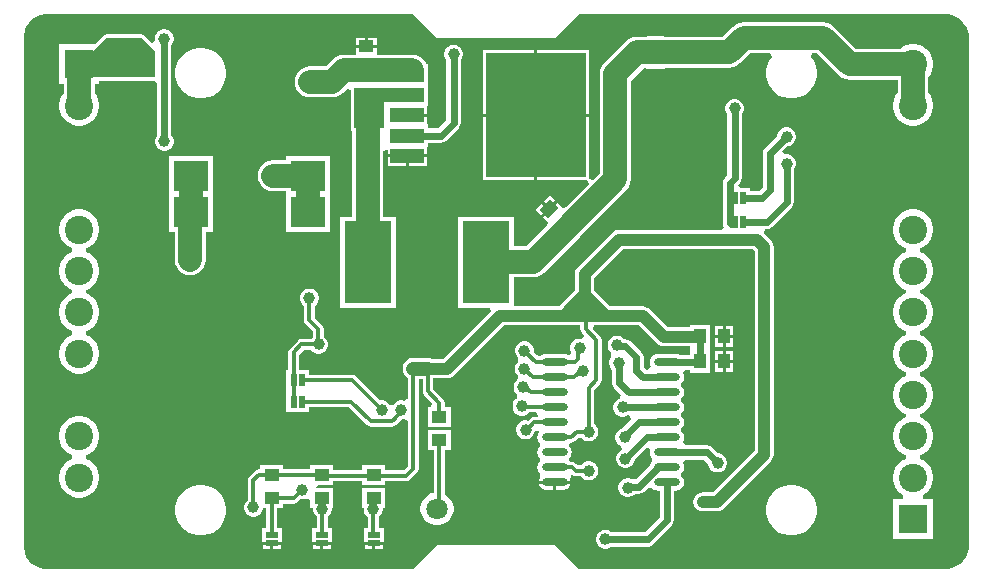
<source format=gtl>
G04*
G04 #@! TF.GenerationSoftware,Altium Limited,Altium Designer,21.7.2 (23)*
G04*
G04 Layer_Physical_Order=1*
G04 Layer_Color=255*
%FSLAX44Y44*%
%MOMM*%
G71*
G04*
G04 #@! TF.SameCoordinates,E4638E92-537D-4F49-80B5-2F4EAB31F582*
G04*
G04*
G04 #@! TF.FilePolarity,Positive*
G04*
G01*
G75*
%ADD18C,0.3000*%
%ADD40R,3.0000X2.6000*%
%ADD41R,1.0000X1.2500*%
%ADD42R,1.2500X1.0000*%
%ADD43R,1.0000X0.5000*%
%ADD44O,2.2000X0.7000*%
%ADD45R,0.5000X1.0000*%
%ADD46R,4.0000X7.0000*%
G04:AMPARAMS|DCode=47|XSize=1.25mm|YSize=1mm|CornerRadius=0mm|HoleSize=0mm|Usage=FLASHONLY|Rotation=45.000|XOffset=0mm|YOffset=0mm|HoleType=Round|Shape=Rectangle|*
%AMROTATEDRECTD47*
4,1,4,-0.0884,-0.7955,-0.7955,-0.0884,0.0884,0.7955,0.7955,0.0884,-0.0884,-0.7955,0.0*
%
%ADD47ROTATEDRECTD47*%

%ADD48R,2.8500X1.2000*%
%ADD49R,8.5000X10.5000*%
%ADD50C,2.0000*%
%ADD51C,1.0000*%
%ADD52C,0.6000*%
%ADD53C,1.2000*%
%ADD54R,7.6000X2.3000*%
%ADD55R,2.5000X3.4000*%
%ADD56C,1.8000*%
%ADD57P,1.9483X8X292.5*%
%ADD58C,1.4000*%
%ADD59P,1.5154X8X112.5*%
%ADD60P,1.9483X8X202.5*%
%ADD61C,2.4000*%
%ADD62R,2.4000X2.4000*%
%ADD63C,1.0000*%
G36*
X1310000Y970000D02*
X1310000Y970000D01*
X1310001D01*
X1312767Y969841D01*
X1315834Y969231D01*
X1319474Y967724D01*
X1322749Y965535D01*
X1325535Y962749D01*
X1327724Y959473D01*
X1329231Y955834D01*
X1330000Y951970D01*
Y950000D01*
X1330000Y520000D01*
X1330000Y520000D01*
X1330000Y518030D01*
X1329231Y514166D01*
X1327724Y510526D01*
X1325535Y507251D01*
X1322749Y504465D01*
X1319474Y502276D01*
X1315834Y500769D01*
X1311970Y500000D01*
X1000000D01*
X980000Y520000D01*
X880000D01*
X860000Y500000D01*
X550000Y500000D01*
Y500000D01*
X548030D01*
X544166Y500769D01*
X540527Y502276D01*
X537251Y504465D01*
X534465Y507251D01*
X532276Y510527D01*
X530769Y514166D01*
X530000Y518030D01*
Y520000D01*
X530000Y950000D01*
X530000D01*
Y951970D01*
X530769Y955834D01*
X532276Y959473D01*
X534465Y962749D01*
X537251Y965535D01*
X540527Y967724D01*
X544166Y969231D01*
X548030Y970000D01*
X550000D01*
X860000Y970000D01*
X880000Y950000D01*
X980000D01*
X1000000Y970000D01*
X1310000D01*
X1310000Y970000D01*
D02*
G37*
%LPC*%
G36*
X1207000Y963112D02*
X1207000Y963112D01*
X1139500D01*
X1136106Y962665D01*
X1132944Y961356D01*
X1130228Y959272D01*
X1130228Y959272D01*
X1121569Y950612D01*
X1072888D01*
X1072000Y951500D01*
X1058000D01*
X1057112Y950612D01*
X1049500D01*
X1049500Y950612D01*
X1046106Y950165D01*
X1042944Y948856D01*
X1040228Y946772D01*
X1021728Y928272D01*
X1019644Y925556D01*
X1018335Y922394D01*
X1017888Y919000D01*
X1017888Y919000D01*
Y835431D01*
X1011760Y829303D01*
X1008760Y830546D01*
X1008760Y831586D01*
Y882930D01*
X964990D01*
Y829160D01*
X1006226D01*
X1007374Y829160D01*
X1008617Y826160D01*
X989164Y806708D01*
X986476Y805955D01*
X985322Y807109D01*
X982042Y810388D01*
X975827Y804173D01*
X969612Y797958D01*
X972891Y794678D01*
X974045Y793524D01*
X973292Y790836D01*
X955706Y773250D01*
X945000D01*
Y798388D01*
X898000D01*
Y721387D01*
X924734D01*
X925976Y718388D01*
X885473Y677884D01*
X876121D01*
X874606Y678512D01*
X872256Y678821D01*
X859900D01*
X857550Y678512D01*
X855361Y677605D01*
X853481Y676162D01*
X852038Y674282D01*
X851131Y672093D01*
X850822Y669744D01*
X851131Y667394D01*
X852038Y665205D01*
X853481Y663325D01*
X855240Y661975D01*
Y644577D01*
X854219Y643645D01*
X852240Y642636D01*
X850881Y643000D01*
X848775D01*
X846740Y642455D01*
X844916Y641402D01*
X843426Y639912D01*
X843087Y639325D01*
X839741D01*
X839402Y639912D01*
X837912Y641402D01*
X836088Y642455D01*
X834053Y643000D01*
X831947D01*
X831585Y642903D01*
X811082Y663406D01*
X809594Y664401D01*
X807838Y664750D01*
X771500D01*
Y668662D01*
X763088D01*
Y681600D01*
X767150Y685662D01*
X773161D01*
X773348Y685338D01*
X774838Y683848D01*
X776662Y682795D01*
X778697Y682250D01*
X780803D01*
X782838Y682795D01*
X784662Y683848D01*
X786152Y685338D01*
X787205Y687162D01*
X787750Y689197D01*
Y691303D01*
X787205Y693338D01*
X786152Y695162D01*
X784662Y696652D01*
X784121Y696964D01*
Y703467D01*
X783771Y705223D01*
X782777Y706712D01*
X776588Y712900D01*
Y722911D01*
X776912Y723098D01*
X778402Y724588D01*
X779455Y726412D01*
X780000Y728447D01*
Y730553D01*
X779455Y732588D01*
X778402Y734412D01*
X776912Y735902D01*
X775088Y736955D01*
X773053Y737500D01*
X770947D01*
X768912Y736955D01*
X767088Y735902D01*
X765598Y734412D01*
X764545Y732588D01*
X764000Y730553D01*
Y728447D01*
X764545Y726412D01*
X765598Y724588D01*
X767088Y723098D01*
X767412Y722911D01*
Y711000D01*
X767761Y709244D01*
X768756Y707756D01*
X774944Y701567D01*
Y696713D01*
X774838Y696652D01*
X773348Y695162D01*
X773161Y694838D01*
X765250D01*
X763494Y694489D01*
X762006Y693494D01*
X755256Y686744D01*
X754261Y685256D01*
X753912Y683500D01*
Y668662D01*
X752500D01*
Y651662D01*
X752500D01*
X752500Y650119D01*
X752500D01*
Y633120D01*
X771500D01*
Y637031D01*
X805480D01*
X820756Y621756D01*
X822244Y620761D01*
X824000Y620412D01*
X842106D01*
X843862Y620761D01*
X845350Y621756D01*
X847490Y623896D01*
X848263Y625052D01*
X850211Y627000D01*
X850881D01*
X852240Y627364D01*
X854219Y626355D01*
X855240Y625423D01*
Y586978D01*
X852100Y583838D01*
X836250D01*
Y588500D01*
X816750D01*
Y583838D01*
X792284D01*
Y588500D01*
X772784D01*
Y584588D01*
X749883D01*
Y588500D01*
X730383D01*
Y584588D01*
X729000D01*
X727244Y584239D01*
X725756Y583244D01*
X721256Y578744D01*
X720261Y577256D01*
X719912Y575500D01*
Y558839D01*
X719588Y558652D01*
X718098Y557162D01*
X717045Y555338D01*
X716500Y553303D01*
Y551197D01*
X717045Y549162D01*
X718098Y547338D01*
X719588Y545848D01*
X721412Y544795D01*
X723447Y544250D01*
X725553D01*
X727588Y544795D01*
X729412Y545848D01*
X730902Y547338D01*
X731955Y549162D01*
X732500Y551197D01*
Y551500D01*
X735545D01*
Y535000D01*
X731633D01*
Y523000D01*
X732593D01*
Y522999D01*
X740133D01*
X747673D01*
Y523000D01*
X748633D01*
Y535000D01*
X744721D01*
Y551500D01*
X749883D01*
Y555412D01*
X758565D01*
X760321Y555761D01*
X761809Y556756D01*
X764242Y559189D01*
X764947Y559000D01*
X767053D01*
X769088Y559545D01*
X769784Y559947D01*
X772625Y558563D01*
X772784Y558374D01*
Y551500D01*
X775000D01*
Y549947D01*
X775545Y547912D01*
X776598Y546088D01*
X778088Y544598D01*
X778412Y544411D01*
Y535000D01*
X774034D01*
Y523000D01*
X774994D01*
Y522999D01*
X782534D01*
X790074D01*
Y523000D01*
X791034D01*
Y535000D01*
X787588D01*
Y544411D01*
X787912Y544598D01*
X789402Y546088D01*
X790455Y547912D01*
X791000Y549947D01*
Y551500D01*
X792284D01*
Y568500D01*
X777477D01*
X777477Y568500D01*
X779163Y571500D01*
X792284D01*
Y574662D01*
X816750D01*
Y571500D01*
X836250D01*
Y574662D01*
X854000D01*
X855756Y575011D01*
X857244Y576006D01*
X863072Y581834D01*
X864067Y583322D01*
X864416Y585078D01*
Y660666D01*
X867740D01*
Y650672D01*
X868089Y648916D01*
X869084Y647428D01*
X876011Y640500D01*
X874769Y637500D01*
X872250D01*
Y620500D01*
X891750D01*
Y637500D01*
X886588D01*
Y641000D01*
X886239Y642756D01*
X885244Y644244D01*
X876916Y652572D01*
Y661746D01*
X888815D01*
X890904Y662021D01*
X892850Y662827D01*
X894521Y664109D01*
X936842Y706431D01*
X1001162D01*
Y703000D01*
X1001511Y701244D01*
X1002506Y699756D01*
X1004584Y697678D01*
X1003031Y694988D01*
X1002053Y695250D01*
X999947D01*
X997912Y694705D01*
X996088Y693652D01*
X994598Y692162D01*
X993545Y690338D01*
X993000Y688303D01*
Y686197D01*
X993545Y684162D01*
X993022Y682500D01*
X991950Y681081D01*
X990737Y681006D01*
X990530Y681164D01*
X988827Y681870D01*
X987000Y682110D01*
X972000D01*
X970173Y681870D01*
X968470Y681164D01*
X967008Y680042D01*
X964266Y681273D01*
X961914Y683625D01*
X962000Y683947D01*
Y686053D01*
X961455Y688088D01*
X960402Y689912D01*
X958912Y691402D01*
X957088Y692455D01*
X955053Y693000D01*
X952947D01*
X950912Y692455D01*
X949088Y691402D01*
X947598Y689912D01*
X946545Y688088D01*
X946000Y686053D01*
Y683947D01*
X946545Y681912D01*
X947598Y680088D01*
X948288Y679398D01*
X948675Y677187D01*
X948221Y675635D01*
X947349Y674762D01*
X946296Y672938D01*
X945751Y670903D01*
Y668797D01*
X946296Y666762D01*
X947349Y664938D01*
X948300Y663988D01*
X948403Y661651D01*
X948102Y660410D01*
X948088Y660402D01*
X946598Y658912D01*
X945545Y657088D01*
X945000Y655053D01*
Y652947D01*
X945545Y650912D01*
X946598Y649088D01*
X947608Y648079D01*
X947672Y645868D01*
X947356Y644557D01*
X947088Y644402D01*
X945598Y642912D01*
X944545Y641088D01*
X944000Y639053D01*
Y636947D01*
X944545Y634912D01*
X945598Y633088D01*
X947088Y631598D01*
X948912Y630545D01*
X950947Y630000D01*
X953053D01*
X955088Y630545D01*
X956912Y631598D01*
X958201Y632887D01*
X963801D01*
X965231Y629887D01*
X964382Y628838D01*
X962185D01*
X960429Y628489D01*
X958941Y627494D01*
X957152Y625706D01*
X956053Y626000D01*
X953947D01*
X951912Y625455D01*
X950088Y624402D01*
X948598Y622912D01*
X947545Y621088D01*
X947000Y619053D01*
Y616947D01*
X947545Y614912D01*
X948598Y613088D01*
X950088Y611598D01*
X951912Y610545D01*
X953947Y610000D01*
X956053D01*
X958088Y610545D01*
X959912Y611598D01*
X961402Y613088D01*
X962455Y614912D01*
X963000Y616947D01*
X963984Y617847D01*
X964040Y617855D01*
X966245Y616884D01*
X966531Y615922D01*
X965885Y615080D01*
X965180Y613377D01*
X964940Y611550D01*
X965180Y609723D01*
X965885Y608020D01*
X967008Y606558D01*
Y603842D01*
X965885Y602380D01*
X965180Y600677D01*
X964940Y598850D01*
X965180Y597023D01*
X965885Y595320D01*
X967008Y593857D01*
Y591142D01*
X965885Y589680D01*
X965180Y587977D01*
X964940Y586150D01*
X965180Y584323D01*
X965885Y582620D01*
X967008Y581157D01*
X967127Y581066D01*
X967611Y578019D01*
X967299Y577286D01*
X966310Y575807D01*
X966094Y574720D01*
X979500D01*
X992906D01*
X992690Y575807D01*
X993328Y578965D01*
X993842Y579495D01*
X994689Y579670D01*
X995744Y578965D01*
X997500Y578616D01*
X1001868D01*
X1002055Y578292D01*
X1003545Y576802D01*
X1005369Y575749D01*
X1007404Y575204D01*
X1009510D01*
X1011545Y575749D01*
X1013369Y576802D01*
X1014859Y578292D01*
X1015912Y580116D01*
X1016457Y582151D01*
Y584257D01*
X1015912Y586292D01*
X1014859Y588116D01*
X1013369Y589605D01*
X1011545Y590659D01*
X1009510Y591204D01*
X1007404D01*
X1005369Y590659D01*
X1003545Y589605D01*
X1002085Y588145D01*
X999062Y588131D01*
X997798Y589394D01*
X996309Y590389D01*
X994554Y590738D01*
X992855D01*
X991992Y592161D01*
Y593858D01*
X993114Y595320D01*
X993820Y597023D01*
X994060Y598850D01*
X993820Y600677D01*
X993114Y602380D01*
X991992Y603842D01*
X992344Y606649D01*
X992692Y607087D01*
X993675D01*
X995431Y607436D01*
X996919Y608431D01*
X999219Y610730D01*
X1002073Y611386D01*
X1003562Y609897D01*
X1005386Y608844D01*
X1007421Y608299D01*
X1009527D01*
X1011562Y608844D01*
X1013386Y609897D01*
X1014876Y611386D01*
X1015929Y613211D01*
X1016474Y615245D01*
Y617352D01*
X1015929Y619386D01*
X1014876Y621211D01*
X1013386Y622700D01*
X1013062Y622887D01*
Y651574D01*
X1018244Y656756D01*
X1019239Y658244D01*
X1019588Y660000D01*
Y693750D01*
X1019239Y695506D01*
X1018244Y696994D01*
X1011808Y703431D01*
X1013050Y706431D01*
X1050908D01*
X1066427Y690911D01*
X1068099Y689629D01*
X1070045Y688823D01*
X1072133Y688548D01*
X1094115D01*
X1094500Y685707D01*
X1094500Y685707D01*
X1094500Y685707D01*
Y681143D01*
X1085559D01*
X1085530Y681164D01*
X1083827Y681870D01*
X1082000Y682110D01*
X1067000D01*
X1065173Y681870D01*
X1063470Y681164D01*
X1062008Y680042D01*
X1060885Y678580D01*
X1060180Y676877D01*
X1059940Y675050D01*
X1060180Y673223D01*
X1060813Y671694D01*
X1059406Y669080D01*
X1057130Y668854D01*
X1054867Y670978D01*
Y679513D01*
X1054402Y681854D01*
X1053076Y683839D01*
X1043855Y693060D01*
X1041870Y694387D01*
X1039529Y694852D01*
X1038462D01*
X1037412Y695902D01*
X1035588Y696955D01*
X1033553Y697500D01*
X1031447D01*
X1029412Y696955D01*
X1027588Y695902D01*
X1026098Y694412D01*
X1025045Y692588D01*
X1024500Y690553D01*
Y688447D01*
X1025045Y686412D01*
X1026098Y684588D01*
X1027164Y683523D01*
X1027580Y682934D01*
X1027418Y679732D01*
X1027348Y679662D01*
X1026295Y677838D01*
X1025750Y675803D01*
Y673697D01*
X1026295Y671662D01*
X1027348Y669838D01*
X1028369Y668817D01*
Y657750D01*
X1028835Y655409D01*
X1030161Y653424D01*
X1035870Y647715D01*
X1035881Y647624D01*
X1034853Y644490D01*
X1034162Y644305D01*
X1032338Y643252D01*
X1030848Y641762D01*
X1029795Y639938D01*
X1029250Y637903D01*
Y635797D01*
X1029795Y633762D01*
X1030848Y631938D01*
X1032338Y630448D01*
X1034162Y629395D01*
X1036197Y628850D01*
X1038303D01*
X1040338Y629395D01*
X1041799Y630239D01*
X1043587Y629899D01*
X1044647Y626716D01*
X1037242Y619311D01*
X1035912Y618955D01*
X1034088Y617902D01*
X1032598Y616412D01*
X1031545Y614588D01*
X1031000Y612553D01*
Y610447D01*
X1031545Y608412D01*
X1032598Y606588D01*
X1034088Y605098D01*
X1035912Y604045D01*
X1036133Y603986D01*
X1036362Y601498D01*
X1036235Y600853D01*
X1034588Y599902D01*
X1033098Y598412D01*
X1032045Y596588D01*
X1031500Y594553D01*
Y592447D01*
X1032045Y590412D01*
X1033098Y588588D01*
X1034588Y587098D01*
X1036412Y586045D01*
X1038447Y585500D01*
X1040553D01*
X1042588Y586045D01*
X1044412Y587098D01*
X1045902Y588588D01*
X1046955Y590412D01*
X1047500Y592447D01*
Y592849D01*
X1058067Y603416D01*
X1060611Y601716D01*
X1060180Y600677D01*
X1059940Y598850D01*
X1060180Y597023D01*
X1060885Y595320D01*
X1062008Y593857D01*
Y591142D01*
X1060885Y589680D01*
X1060183Y587985D01*
X1048081Y575883D01*
X1045579D01*
X1044588Y576455D01*
X1042553Y577000D01*
X1040447D01*
X1038412Y576455D01*
X1036588Y575402D01*
X1035098Y573912D01*
X1034045Y572088D01*
X1033500Y570053D01*
Y567947D01*
X1034045Y565912D01*
X1035098Y564088D01*
X1036588Y562598D01*
X1038412Y561545D01*
X1040447Y561000D01*
X1042553D01*
X1044588Y561545D01*
X1046412Y562598D01*
X1047461Y563648D01*
X1050615D01*
X1052956Y564114D01*
X1054941Y565440D01*
X1058313Y568811D01*
X1062008Y568457D01*
X1063470Y567336D01*
X1065173Y566630D01*
X1067000Y566390D01*
X1068382D01*
Y543784D01*
X1055966Y531367D01*
X1027696D01*
X1027412Y531652D01*
X1025588Y532705D01*
X1023553Y533250D01*
X1021447D01*
X1019412Y532705D01*
X1017588Y531652D01*
X1016098Y530162D01*
X1015045Y528338D01*
X1014500Y526303D01*
Y524197D01*
X1015045Y522162D01*
X1016098Y520338D01*
X1017588Y518848D01*
X1019412Y517795D01*
X1021447Y517250D01*
X1023553D01*
X1025588Y517795D01*
X1027412Y518848D01*
X1027696Y519132D01*
X1058500D01*
X1060841Y519598D01*
X1062826Y520924D01*
X1078826Y536924D01*
X1080152Y538909D01*
X1080618Y541250D01*
Y566390D01*
X1082000D01*
X1083827Y566630D01*
X1085530Y567336D01*
X1086992Y568457D01*
X1088114Y569920D01*
X1088820Y571623D01*
X1089060Y573450D01*
X1088820Y575277D01*
X1088114Y576980D01*
X1086992Y578442D01*
Y581158D01*
X1088114Y582620D01*
X1088820Y584323D01*
X1089060Y586150D01*
X1088820Y587977D01*
X1088114Y589680D01*
X1088074Y589733D01*
X1089554Y592732D01*
X1106037D01*
X1109533Y589236D01*
Y588835D01*
X1110078Y586800D01*
X1111132Y584976D01*
X1112621Y583486D01*
X1114445Y582433D01*
X1116480Y581888D01*
X1118586D01*
X1120621Y582433D01*
X1122445Y583486D01*
X1123935Y584976D01*
X1124988Y586800D01*
X1125533Y588835D01*
Y590941D01*
X1124988Y592976D01*
X1123935Y594800D01*
X1122445Y596289D01*
X1120621Y597343D01*
X1118586Y597888D01*
X1118185D01*
X1112897Y603176D01*
X1110912Y604502D01*
X1108571Y604967D01*
X1089554D01*
X1088074Y607967D01*
X1088114Y608020D01*
X1088820Y609723D01*
X1089060Y611550D01*
X1088820Y613377D01*
X1088114Y615080D01*
X1086992Y616542D01*
Y619258D01*
X1088114Y620720D01*
X1088820Y622423D01*
X1089060Y624250D01*
X1088820Y626077D01*
X1088114Y627780D01*
X1086992Y629242D01*
Y631958D01*
X1088114Y633420D01*
X1088820Y635123D01*
X1089060Y636950D01*
X1088820Y638777D01*
X1088114Y640480D01*
X1086992Y641942D01*
Y644658D01*
X1088114Y646120D01*
X1088820Y647823D01*
X1089060Y649650D01*
X1088820Y651477D01*
X1088114Y653180D01*
X1086992Y654642D01*
Y657358D01*
X1088114Y658820D01*
X1088820Y660523D01*
X1089060Y662350D01*
X1088820Y664177D01*
X1088114Y665880D01*
X1088093Y665908D01*
X1089573Y668907D01*
X1094500D01*
Y666208D01*
X1111500D01*
Y685707D01*
X1111500D01*
X1111500Y687250D01*
X1111500D01*
Y706750D01*
X1094500D01*
Y704686D01*
X1075475D01*
X1059956Y720206D01*
X1058285Y721488D01*
X1056339Y722294D01*
X1054250Y722569D01*
X1026277D01*
X1013069Y735777D01*
Y746658D01*
X1037342Y770931D01*
X1147635D01*
X1148931Y769635D01*
Y704000D01*
Y633000D01*
Y600342D01*
X1113658Y565069D01*
X1105000D01*
X1104476Y565000D01*
X1103947D01*
X1103436Y564863D01*
X1102912Y564794D01*
X1102423Y564592D01*
X1101912Y564455D01*
X1101454Y564190D01*
X1100965Y563988D01*
X1100546Y563666D01*
X1100088Y563402D01*
X1099714Y563028D01*
X1099294Y562706D01*
X1098972Y562286D01*
X1098598Y561912D01*
X1098334Y561454D01*
X1098012Y561035D01*
X1097810Y560546D01*
X1097545Y560088D01*
X1097408Y559577D01*
X1097206Y559088D01*
X1097137Y558564D01*
X1097000Y558053D01*
Y557524D01*
X1096931Y557000D01*
X1097000Y556476D01*
Y555947D01*
X1097137Y555436D01*
X1097206Y554912D01*
X1097408Y554423D01*
X1097545Y553912D01*
X1097810Y553454D01*
X1098012Y552966D01*
X1098334Y552546D01*
X1098598Y552088D01*
X1098972Y551714D01*
X1099294Y551294D01*
X1099714Y550972D01*
X1100088Y550598D01*
X1100546Y550334D01*
X1100965Y550012D01*
X1101454Y549810D01*
X1101912Y549545D01*
X1102423Y549408D01*
X1102912Y549206D01*
X1103436Y549137D01*
X1103947Y549000D01*
X1104476D01*
X1105000Y548931D01*
X1117000D01*
X1119088Y549206D01*
X1121034Y550012D01*
X1122706Y551294D01*
X1162706Y591294D01*
X1163988Y592966D01*
X1164794Y594912D01*
X1165069Y597000D01*
Y633000D01*
Y704000D01*
Y772977D01*
X1164794Y775066D01*
X1163988Y777012D01*
X1162706Y778683D01*
X1162336Y778967D01*
X1162052Y779336D01*
X1156683Y784706D01*
X1156453Y784883D01*
X1157471Y787883D01*
X1159000D01*
X1161341Y788348D01*
X1163326Y789674D01*
X1180326Y806674D01*
X1181652Y808659D01*
X1182118Y811000D01*
Y838180D01*
X1182402Y838464D01*
X1183455Y840289D01*
X1184000Y842323D01*
Y844430D01*
X1183455Y846464D01*
X1182402Y848289D01*
X1180912Y849778D01*
X1179088Y850831D01*
X1177053Y851376D01*
X1174947D01*
X1174023Y851129D01*
X1172470Y853819D01*
X1176652Y858000D01*
X1177053D01*
X1179088Y858545D01*
X1180912Y859598D01*
X1182402Y861088D01*
X1183455Y862912D01*
X1184000Y864947D01*
Y867053D01*
X1183455Y869088D01*
X1182402Y870912D01*
X1180912Y872402D01*
X1179088Y873455D01*
X1177053Y874000D01*
X1174947D01*
X1172912Y873455D01*
X1171088Y872402D01*
X1169598Y870912D01*
X1168545Y869088D01*
X1168000Y867053D01*
Y866652D01*
X1157674Y856326D01*
X1156348Y854341D01*
X1155882Y852000D01*
Y823534D01*
X1152466Y820117D01*
X1145000D01*
Y822500D01*
X1136394D01*
X1135152Y825500D01*
X1136326Y826674D01*
X1137652Y828659D01*
X1138118Y831000D01*
Y884804D01*
X1138402Y885088D01*
X1139455Y886912D01*
X1140000Y888947D01*
Y891053D01*
X1139455Y893088D01*
X1138402Y894912D01*
X1136912Y896402D01*
X1135088Y897455D01*
X1133053Y898000D01*
X1130947D01*
X1128912Y897455D01*
X1127088Y896402D01*
X1125598Y894912D01*
X1124545Y893088D01*
X1124000Y891053D01*
Y888947D01*
X1124545Y886912D01*
X1125598Y885088D01*
X1125882Y884804D01*
Y833534D01*
X1123674Y831326D01*
X1122348Y829341D01*
X1121882Y827000D01*
Y793000D01*
X1122348Y790659D01*
X1122742Y790069D01*
X1121139Y787069D01*
X1034000D01*
X1031912Y786794D01*
X1029966Y785988D01*
X1028294Y784706D01*
X999294Y755706D01*
X998012Y754035D01*
X997206Y752088D01*
X996931Y750000D01*
Y736468D01*
X996866Y736419D01*
X983280Y722833D01*
X983078Y722569D01*
X945000D01*
Y747025D01*
X961137D01*
X961137Y747025D01*
X964531Y747472D01*
X967693Y748782D01*
X970409Y750866D01*
X1001022Y781478D01*
X1040272Y820728D01*
X1042355Y823444D01*
X1043665Y826606D01*
X1044112Y830000D01*
X1044112Y830000D01*
Y913569D01*
X1054931Y924388D01*
X1057112D01*
X1058000Y923500D01*
X1072000D01*
X1072888Y924388D01*
X1127000D01*
X1127000Y924388D01*
X1130394Y924835D01*
X1133556Y926145D01*
X1136272Y928228D01*
X1144931Y936888D01*
X1162240D01*
X1163482Y933888D01*
X1163300Y933705D01*
X1160947Y930184D01*
X1159326Y926271D01*
X1158500Y922118D01*
Y917882D01*
X1159326Y913729D01*
X1160947Y909816D01*
X1163300Y906295D01*
X1166295Y903300D01*
X1169816Y900947D01*
X1173729Y899326D01*
X1177882Y898500D01*
X1182118D01*
X1186271Y899326D01*
X1190184Y900947D01*
X1193705Y903300D01*
X1196700Y906295D01*
X1199053Y909816D01*
X1200674Y913729D01*
X1201500Y917882D01*
Y922118D01*
X1200674Y926271D01*
X1199053Y930184D01*
X1196700Y933705D01*
X1196518Y933888D01*
X1197760Y936888D01*
X1201569D01*
X1220228Y918228D01*
X1222944Y916144D01*
X1226106Y914835D01*
X1229500Y914388D01*
X1269888D01*
Y903429D01*
X1269795Y903337D01*
X1267935Y900553D01*
X1266653Y897459D01*
X1266000Y894174D01*
Y890826D01*
X1266653Y887541D01*
X1267935Y884447D01*
X1269795Y881663D01*
X1272163Y879295D01*
X1274948Y877435D01*
X1278041Y876153D01*
X1281326Y875500D01*
X1284674D01*
X1287959Y876153D01*
X1291053Y877435D01*
X1293837Y879295D01*
X1296205Y881663D01*
X1298065Y884447D01*
X1299347Y887541D01*
X1300000Y890826D01*
Y894174D01*
X1299347Y897459D01*
X1298065Y900553D01*
X1296205Y903337D01*
X1296112Y903429D01*
Y916571D01*
X1296205Y916663D01*
X1298065Y919447D01*
X1299347Y922541D01*
X1300000Y925826D01*
Y929174D01*
X1299347Y932459D01*
X1298065Y935553D01*
X1296205Y938337D01*
X1293837Y940705D01*
X1291053Y942565D01*
X1287959Y943847D01*
X1284674Y944500D01*
X1281326D01*
X1278041Y943847D01*
X1274948Y942565D01*
X1272163Y940705D01*
X1272071Y940612D01*
X1234931D01*
X1216272Y959272D01*
X1213556Y961356D01*
X1210394Y962665D01*
X1207000Y963112D01*
D02*
G37*
G36*
X650053Y957000D02*
X647947D01*
X645912Y956455D01*
X644088Y955402D01*
X642598Y953912D01*
X641545Y952088D01*
X641000Y950053D01*
Y947947D01*
X641258Y946982D01*
X638587Y945361D01*
X631067Y952255D01*
X630613Y952531D01*
X630171Y952826D01*
X630104Y952839D01*
X630047Y952874D01*
X629521Y952955D01*
X629000Y953059D01*
X601000D01*
X600479Y952955D01*
X599953Y952874D01*
X599896Y952839D01*
X599829Y952826D01*
X599387Y952531D01*
X598933Y952255D01*
X590473Y944500D01*
X560000D01*
Y910500D01*
X563888D01*
Y903429D01*
X563795Y903337D01*
X561935Y900553D01*
X560653Y897459D01*
X560000Y894174D01*
Y890826D01*
X560653Y887541D01*
X561935Y884447D01*
X563795Y881663D01*
X566163Y879295D01*
X568947Y877435D01*
X572041Y876153D01*
X575326Y875500D01*
X578674D01*
X581959Y876153D01*
X585052Y877435D01*
X587837Y879295D01*
X590205Y881663D01*
X592065Y884447D01*
X593347Y887541D01*
X594000Y890826D01*
Y894174D01*
X593347Y897459D01*
X592065Y900553D01*
X590205Y903337D01*
X590112Y903429D01*
Y910500D01*
X594000D01*
Y912941D01*
X641000D01*
X642956Y910365D01*
Y867191D01*
X642745Y866980D01*
X641692Y865156D01*
X641146Y863121D01*
Y861015D01*
X641692Y858980D01*
X642745Y857156D01*
X644234Y855667D01*
X646058Y854613D01*
X648093Y854068D01*
X650200D01*
X652234Y854613D01*
X654058Y855667D01*
X655548Y857156D01*
X656601Y858980D01*
X657146Y861015D01*
Y863121D01*
X656601Y865156D01*
X655548Y866980D01*
X655191Y867337D01*
Y943877D01*
X655402Y944088D01*
X656455Y945912D01*
X657000Y947947D01*
Y950053D01*
X656455Y952088D01*
X655402Y953912D01*
X653912Y955402D01*
X652088Y956455D01*
X650053Y957000D01*
D02*
G37*
G36*
X828790Y950040D02*
X821270D01*
Y943770D01*
X828790D01*
Y950040D01*
D02*
G37*
G36*
X818730D02*
X811210D01*
Y943770D01*
X818730D01*
Y950040D01*
D02*
G37*
G36*
X682118Y941500D02*
X677882D01*
X673729Y940674D01*
X669816Y939053D01*
X666295Y936700D01*
X663300Y933705D01*
X660947Y930184D01*
X659326Y926271D01*
X658500Y922118D01*
Y917882D01*
X659326Y913729D01*
X660947Y909816D01*
X663300Y906295D01*
X666295Y903300D01*
X669816Y900947D01*
X673729Y899326D01*
X677882Y898500D01*
X682118D01*
X686271Y899326D01*
X690184Y900947D01*
X693705Y903300D01*
X696700Y906295D01*
X699053Y909816D01*
X700674Y913729D01*
X701500Y917882D01*
Y922118D01*
X700674Y926271D01*
X699053Y930184D01*
X696700Y933705D01*
X693705Y936700D01*
X690184Y939053D01*
X686271Y940674D01*
X682118Y941500D01*
D02*
G37*
G36*
X1008760Y939240D02*
X964990D01*
Y885470D01*
X1008760D01*
Y939240D01*
D02*
G37*
G36*
X962450D02*
X918680D01*
Y885470D01*
X962450D01*
Y939240D01*
D02*
G37*
G36*
X895053Y944000D02*
X892947D01*
X890912Y943455D01*
X889088Y942402D01*
X887598Y940912D01*
X886545Y939088D01*
X886000Y937053D01*
Y934947D01*
X886545Y932912D01*
X887598Y931088D01*
X887883Y930804D01*
Y880534D01*
X880566Y873217D01*
X872750D01*
Y876600D01*
X871790D01*
Y882930D01*
X855000D01*
Y885470D01*
X871790D01*
Y891800D01*
X872750D01*
Y908900D01*
Y927900D01*
X871067D01*
X870588Y929056D01*
X868504Y931772D01*
X865789Y933856D01*
X862626Y935165D01*
X859233Y935612D01*
X828790D01*
Y941230D01*
X811210D01*
Y935612D01*
X801250D01*
X801250Y935612D01*
X797856Y935165D01*
X794694Y933856D01*
X791978Y931772D01*
X785819Y925612D01*
X772500D01*
X769106Y925165D01*
X767500Y924500D01*
X766500D01*
X765564Y923564D01*
X763228Y921772D01*
X761436Y919436D01*
X760500Y918500D01*
Y917500D01*
X759835Y915894D01*
X759388Y912500D01*
X759835Y909106D01*
X760500Y907500D01*
Y906500D01*
X761436Y905564D01*
X763228Y903228D01*
X765564Y901436D01*
X766500Y900500D01*
X767500D01*
X769106Y899835D01*
X772500Y899388D01*
X791250D01*
X791250Y899388D01*
X794644Y899835D01*
X797806Y901144D01*
X800522Y903228D01*
X803941Y906648D01*
X806941Y905405D01*
Y883406D01*
X806888Y883000D01*
X806941Y882594D01*
Y873000D01*
X807174Y871830D01*
X807837Y870837D01*
X808388Y870469D01*
Y798388D01*
X798000D01*
Y721387D01*
X845000D01*
Y798388D01*
X834612D01*
Y853659D01*
X837612Y855196D01*
X838210Y854766D01*
Y851270D01*
X855000D01*
X871790D01*
Y857600D01*
X872750D01*
Y860983D01*
X883100D01*
X885441Y861448D01*
X887426Y862774D01*
X898326Y873674D01*
X899652Y875659D01*
X900117Y878000D01*
Y930804D01*
X900402Y931088D01*
X901455Y932912D01*
X902000Y934947D01*
Y937053D01*
X901455Y939088D01*
X900402Y940912D01*
X898912Y942402D01*
X897088Y943455D01*
X895053Y944000D01*
D02*
G37*
G36*
X871790Y848730D02*
X856270D01*
Y841460D01*
X871790D01*
Y848730D01*
D02*
G37*
G36*
X853730D02*
X838210D01*
Y841460D01*
X853730D01*
Y848730D01*
D02*
G37*
G36*
X962450Y882930D02*
X918680D01*
Y829160D01*
X962450D01*
Y882930D01*
D02*
G37*
G36*
X975813Y816618D02*
X970495Y811301D01*
X974929Y806867D01*
X980246Y812185D01*
X975813Y816618D01*
D02*
G37*
G36*
X968699Y809505D02*
X963382Y804187D01*
X967815Y799754D01*
X973133Y805071D01*
X968699Y809505D01*
D02*
G37*
G36*
X789500Y849500D02*
X752500D01*
Y846230D01*
X741242D01*
X737848Y845783D01*
X734686Y844473D01*
X731970Y842390D01*
X729886Y839674D01*
X728576Y836512D01*
X728130Y833118D01*
X728576Y829724D01*
X729886Y826562D01*
X731970Y823846D01*
X734686Y821762D01*
X737848Y820452D01*
X741242Y820006D01*
X752500D01*
Y816500D01*
Y785500D01*
X789500D01*
Y816500D01*
Y849500D01*
D02*
G37*
G36*
X690000Y849500D02*
X653000D01*
Y816500D01*
Y785500D01*
X657940D01*
Y778744D01*
Y762400D01*
X657888Y762000D01*
X658335Y758606D01*
X659645Y755444D01*
X661728Y752728D01*
X664444Y750645D01*
X667606Y749335D01*
X671000Y748888D01*
X674394Y749335D01*
X677556Y750645D01*
X680272Y752728D01*
X680324Y752781D01*
X680324Y752781D01*
X682408Y755497D01*
X683718Y758659D01*
X684165Y762053D01*
X684165Y762053D01*
Y778744D01*
Y785500D01*
X690000D01*
Y816500D01*
Y849500D01*
D02*
G37*
G36*
X1130540Y705790D02*
X1124270D01*
Y698270D01*
X1130540D01*
Y705790D01*
D02*
G37*
G36*
X1121730D02*
X1115460D01*
Y698270D01*
X1121730D01*
Y705790D01*
D02*
G37*
G36*
X1130540Y695730D02*
X1124270D01*
Y688210D01*
X1130540D01*
Y695730D01*
D02*
G37*
G36*
X1121730D02*
X1115460D01*
Y688210D01*
X1121730D01*
Y695730D01*
D02*
G37*
G36*
X1130540Y684747D02*
X1124270D01*
Y677227D01*
X1130540D01*
Y684747D01*
D02*
G37*
G36*
X1121730D02*
X1115460D01*
Y677227D01*
X1121730D01*
Y684747D01*
D02*
G37*
G36*
X1130540Y674688D02*
X1124270D01*
Y667168D01*
X1130540D01*
Y674688D01*
D02*
G37*
G36*
X1121730D02*
X1115460D01*
Y667168D01*
X1121730D01*
Y674688D01*
D02*
G37*
G36*
X578674Y804500D02*
X575326D01*
X572041Y803847D01*
X568947Y802565D01*
X566163Y800705D01*
X563795Y798337D01*
X561935Y795553D01*
X560653Y792459D01*
X560000Y789174D01*
Y785826D01*
X560653Y782541D01*
X561935Y779447D01*
X563795Y776663D01*
X566163Y774295D01*
X568947Y772435D01*
X570919Y771618D01*
Y768382D01*
X568947Y767565D01*
X566163Y765705D01*
X563795Y763337D01*
X561935Y760553D01*
X560653Y757459D01*
X560000Y754174D01*
Y750826D01*
X560653Y747541D01*
X561935Y744447D01*
X563795Y741663D01*
X566163Y739295D01*
X568947Y737435D01*
X570919Y736618D01*
Y733382D01*
X568947Y732565D01*
X566163Y730705D01*
X563795Y728337D01*
X561935Y725553D01*
X560653Y722459D01*
X560000Y719174D01*
Y715826D01*
X560653Y712541D01*
X561935Y709447D01*
X563795Y706663D01*
X566163Y704295D01*
X568947Y702435D01*
X570919Y701618D01*
Y698382D01*
X568947Y697565D01*
X566163Y695705D01*
X563795Y693337D01*
X561935Y690553D01*
X560653Y687459D01*
X560000Y684174D01*
Y680826D01*
X560653Y677541D01*
X561935Y674447D01*
X563795Y671663D01*
X566163Y669295D01*
X568947Y667435D01*
X572041Y666153D01*
X575326Y665500D01*
X578674D01*
X581959Y666153D01*
X585052Y667435D01*
X587837Y669295D01*
X590205Y671663D01*
X592065Y674447D01*
X593347Y677541D01*
X594000Y680826D01*
Y684174D01*
X593347Y687459D01*
X592065Y690553D01*
X590205Y693337D01*
X587837Y695705D01*
X585052Y697565D01*
X583081Y698382D01*
Y701618D01*
X585052Y702435D01*
X587837Y704295D01*
X590205Y706663D01*
X592065Y709447D01*
X593347Y712541D01*
X594000Y715826D01*
Y719174D01*
X593347Y722459D01*
X592065Y725553D01*
X590205Y728337D01*
X587837Y730705D01*
X585052Y732565D01*
X583081Y733382D01*
Y736618D01*
X585052Y737435D01*
X587837Y739295D01*
X590205Y741663D01*
X592065Y744447D01*
X593347Y747541D01*
X594000Y750826D01*
Y754174D01*
X593347Y757459D01*
X592065Y760553D01*
X590205Y763337D01*
X587837Y765705D01*
X585052Y767565D01*
X583081Y768382D01*
Y771618D01*
X585052Y772435D01*
X587837Y774295D01*
X590205Y776663D01*
X592065Y779447D01*
X593347Y782541D01*
X594000Y785826D01*
Y789174D01*
X593347Y792459D01*
X592065Y795553D01*
X590205Y798337D01*
X587837Y800705D01*
X585052Y802565D01*
X581959Y803847D01*
X578674Y804500D01*
D02*
G37*
G36*
X992906Y572180D02*
X980770D01*
Y567292D01*
X987000D01*
X989357Y567760D01*
X991355Y569095D01*
X992690Y571093D01*
X992906Y572180D01*
D02*
G37*
G36*
X978230D02*
X966094D01*
X966310Y571093D01*
X967645Y569095D01*
X969643Y567760D01*
X972000Y567292D01*
X978230D01*
Y572180D01*
D02*
G37*
G36*
X578674Y629500D02*
X575326D01*
X572041Y628847D01*
X568947Y627565D01*
X566163Y625705D01*
X563795Y623337D01*
X561935Y620552D01*
X560653Y617459D01*
X560000Y614174D01*
Y610826D01*
X560653Y607541D01*
X561935Y604448D01*
X563795Y601663D01*
X566163Y599295D01*
X568947Y597435D01*
X570919Y596618D01*
Y593382D01*
X568947Y592565D01*
X566163Y590705D01*
X563795Y588337D01*
X561935Y585552D01*
X560653Y582459D01*
X560000Y579174D01*
Y575826D01*
X560653Y572541D01*
X561935Y569448D01*
X563795Y566663D01*
X566163Y564295D01*
X568947Y562435D01*
X572041Y561153D01*
X575326Y560500D01*
X578674D01*
X581959Y561153D01*
X585052Y562435D01*
X587837Y564295D01*
X590205Y566663D01*
X592065Y569448D01*
X593347Y572541D01*
X594000Y575826D01*
Y579174D01*
X593347Y582459D01*
X592065Y585552D01*
X590205Y588337D01*
X587837Y590705D01*
X585052Y592565D01*
X583081Y593382D01*
Y596618D01*
X585052Y597435D01*
X587837Y599295D01*
X590205Y601663D01*
X592065Y604448D01*
X593347Y607541D01*
X594000Y610826D01*
Y614174D01*
X593347Y617459D01*
X592065Y620552D01*
X590205Y623337D01*
X587837Y625705D01*
X585052Y627565D01*
X581959Y628847D01*
X578674Y629500D01*
D02*
G37*
G36*
X891750Y617500D02*
X872250D01*
Y600500D01*
X877412D01*
Y564800D01*
X874596Y564046D01*
X871404Y562203D01*
X868797Y559596D01*
X866954Y556404D01*
X866000Y552843D01*
Y549157D01*
X866954Y545596D01*
X868797Y542404D01*
X871404Y539797D01*
X874596Y537954D01*
X878157Y537000D01*
X881843D01*
X885404Y537954D01*
X888596Y539797D01*
X891203Y542404D01*
X893046Y545596D01*
X894000Y549157D01*
Y552843D01*
X893046Y556404D01*
X891203Y559596D01*
X888596Y562203D01*
X886588Y563362D01*
Y600500D01*
X891750D01*
Y617500D01*
D02*
G37*
G36*
X1182118Y571500D02*
X1177882D01*
X1173729Y570674D01*
X1169816Y569053D01*
X1166295Y566700D01*
X1163300Y563705D01*
X1160947Y560184D01*
X1159326Y556271D01*
X1158500Y552118D01*
Y547882D01*
X1159326Y543729D01*
X1160947Y539816D01*
X1163300Y536295D01*
X1166295Y533300D01*
X1169816Y530947D01*
X1173729Y529326D01*
X1177882Y528500D01*
X1182118D01*
X1186271Y529326D01*
X1190184Y530947D01*
X1193705Y533300D01*
X1196700Y536295D01*
X1199053Y539816D01*
X1200674Y543729D01*
X1201500Y547882D01*
Y552118D01*
X1200674Y556271D01*
X1199053Y560184D01*
X1196700Y563705D01*
X1193705Y566700D01*
X1190184Y569053D01*
X1186271Y570674D01*
X1182118Y571500D01*
D02*
G37*
G36*
X682118Y571500D02*
X677882D01*
X673729Y570674D01*
X669816Y569053D01*
X666295Y566700D01*
X663300Y563705D01*
X660947Y560184D01*
X659326Y556271D01*
X658500Y552118D01*
Y547882D01*
X659326Y543729D01*
X660947Y539816D01*
X663300Y536295D01*
X666295Y533300D01*
X669816Y530947D01*
X673729Y529326D01*
X677882Y528500D01*
X682118D01*
X686271Y529326D01*
X690184Y530947D01*
X693705Y533300D01*
X696700Y536295D01*
X699053Y539816D01*
X700674Y543729D01*
X701500Y547882D01*
Y552118D01*
X700674Y556271D01*
X699053Y560184D01*
X696700Y563705D01*
X693705Y566700D01*
X690184Y569053D01*
X686271Y570674D01*
X682118Y571500D01*
D02*
G37*
G36*
X1284674Y804500D02*
X1281326D01*
X1278041Y803847D01*
X1274948Y802565D01*
X1272163Y800705D01*
X1269795Y798337D01*
X1267935Y795553D01*
X1266653Y792459D01*
X1266000Y789174D01*
Y785826D01*
X1266653Y782541D01*
X1267935Y779447D01*
X1269795Y776663D01*
X1272163Y774295D01*
X1274948Y772435D01*
X1276919Y771618D01*
Y768382D01*
X1274948Y767565D01*
X1272163Y765705D01*
X1269795Y763337D01*
X1267935Y760553D01*
X1266653Y757459D01*
X1266000Y754174D01*
Y750826D01*
X1266653Y747541D01*
X1267935Y744447D01*
X1269795Y741663D01*
X1272163Y739295D01*
X1274948Y737435D01*
X1276919Y736618D01*
Y733382D01*
X1274948Y732565D01*
X1272163Y730705D01*
X1269795Y728337D01*
X1267935Y725553D01*
X1266653Y722459D01*
X1266000Y719174D01*
Y715826D01*
X1266653Y712541D01*
X1267935Y709447D01*
X1269795Y706663D01*
X1272163Y704295D01*
X1274948Y702435D01*
X1276919Y701618D01*
Y698382D01*
X1274948Y697565D01*
X1272163Y695705D01*
X1269795Y693337D01*
X1267935Y690553D01*
X1266653Y687459D01*
X1266000Y684174D01*
Y680826D01*
X1266653Y677541D01*
X1267935Y674447D01*
X1269795Y671663D01*
X1272163Y669295D01*
X1274948Y667435D01*
X1276919Y666618D01*
Y663382D01*
X1274948Y662565D01*
X1272163Y660705D01*
X1269795Y658337D01*
X1267935Y655553D01*
X1266653Y652459D01*
X1266000Y649174D01*
Y645826D01*
X1266653Y642541D01*
X1267935Y639448D01*
X1269795Y636663D01*
X1272163Y634295D01*
X1274948Y632435D01*
X1276919Y631618D01*
Y628382D01*
X1274948Y627565D01*
X1272163Y625705D01*
X1269795Y623337D01*
X1267935Y620552D01*
X1266653Y617459D01*
X1266000Y614174D01*
Y610826D01*
X1266653Y607541D01*
X1267935Y604448D01*
X1269795Y601663D01*
X1272163Y599295D01*
X1274948Y597435D01*
X1276919Y596618D01*
Y593382D01*
X1274948Y592565D01*
X1272163Y590705D01*
X1269795Y588337D01*
X1267935Y585552D01*
X1266653Y582459D01*
X1266000Y579174D01*
Y575826D01*
X1266653Y572541D01*
X1267935Y569448D01*
X1269795Y566663D01*
X1272163Y564295D01*
X1274850Y562500D01*
X1274902Y562258D01*
X1274193Y559500D01*
X1266000D01*
Y525500D01*
X1300000D01*
Y559500D01*
X1291807D01*
X1291098Y562258D01*
X1291150Y562500D01*
X1293837Y564295D01*
X1296205Y566663D01*
X1298065Y569448D01*
X1299347Y572541D01*
X1300000Y575826D01*
Y579174D01*
X1299347Y582459D01*
X1298065Y585552D01*
X1296205Y588337D01*
X1293837Y590705D01*
X1291053Y592565D01*
X1289081Y593382D01*
Y596618D01*
X1291053Y597435D01*
X1293837Y599295D01*
X1296205Y601663D01*
X1298065Y604448D01*
X1299347Y607541D01*
X1300000Y610826D01*
Y614174D01*
X1299347Y617459D01*
X1298065Y620552D01*
X1296205Y623337D01*
X1293837Y625705D01*
X1291053Y627565D01*
X1289081Y628382D01*
Y631618D01*
X1291053Y632435D01*
X1293837Y634295D01*
X1296205Y636663D01*
X1298065Y639448D01*
X1299347Y642541D01*
X1300000Y645826D01*
Y649174D01*
X1299347Y652459D01*
X1298065Y655553D01*
X1296205Y658337D01*
X1293837Y660705D01*
X1291053Y662565D01*
X1289081Y663382D01*
Y666618D01*
X1291053Y667435D01*
X1293837Y669295D01*
X1296205Y671663D01*
X1298065Y674447D01*
X1299347Y677541D01*
X1300000Y680826D01*
Y684174D01*
X1299347Y687459D01*
X1298065Y690553D01*
X1296205Y693337D01*
X1293837Y695705D01*
X1291053Y697565D01*
X1289081Y698382D01*
Y701618D01*
X1291053Y702435D01*
X1293837Y704295D01*
X1296205Y706663D01*
X1298065Y709447D01*
X1299347Y712541D01*
X1300000Y715826D01*
Y719174D01*
X1299347Y722459D01*
X1298065Y725553D01*
X1296205Y728337D01*
X1293837Y730705D01*
X1291053Y732565D01*
X1289081Y733382D01*
Y736618D01*
X1291053Y737435D01*
X1293837Y739295D01*
X1296205Y741663D01*
X1298065Y744447D01*
X1299347Y747541D01*
X1300000Y750826D01*
Y754174D01*
X1299347Y757459D01*
X1298065Y760553D01*
X1296205Y763337D01*
X1293837Y765705D01*
X1291053Y767565D01*
X1289081Y768382D01*
Y771618D01*
X1291053Y772435D01*
X1293837Y774295D01*
X1296205Y776663D01*
X1298065Y779447D01*
X1299347Y782541D01*
X1300000Y785826D01*
Y789174D01*
X1299347Y792459D01*
X1298065Y795553D01*
X1296205Y798337D01*
X1293837Y800705D01*
X1291053Y802565D01*
X1287959Y803847D01*
X1284674Y804500D01*
D02*
G37*
G36*
X836250Y568500D02*
X816750D01*
Y551500D01*
X818000D01*
Y549947D01*
X818545Y547912D01*
X819598Y546088D01*
X821088Y544598D01*
X821412Y544411D01*
Y535000D01*
X818000D01*
Y523000D01*
X818960D01*
Y522999D01*
X826500D01*
X834040D01*
Y523000D01*
X835000D01*
Y535000D01*
X830588D01*
Y544411D01*
X830912Y544598D01*
X832402Y546088D01*
X833455Y547912D01*
X834000Y549947D01*
Y551500D01*
X836250D01*
Y568500D01*
D02*
G37*
G36*
X834040Y520730D02*
X827770D01*
Y516960D01*
X834040D01*
Y520730D01*
D02*
G37*
G36*
X825230D02*
X818960D01*
Y516960D01*
X825230D01*
Y520730D01*
D02*
G37*
G36*
X790074D02*
X783804D01*
Y516960D01*
X790074D01*
Y520730D01*
D02*
G37*
G36*
X781264D02*
X774994D01*
Y516960D01*
X781264D01*
Y520730D01*
D02*
G37*
G36*
X747673D02*
X741403D01*
Y516960D01*
X747673D01*
Y520730D01*
D02*
G37*
G36*
X738863D02*
X732593D01*
Y516960D01*
X738863D01*
Y520730D01*
D02*
G37*
%LPD*%
G36*
X641000Y939000D02*
X640835D01*
Y938992D01*
X640925Y938902D01*
X640847Y938823D01*
X589035D01*
Y938939D01*
X589096Y939000D01*
X589000D01*
X601000Y950000D01*
X629000D01*
X641000Y939000D01*
D02*
G37*
D18*
X781284Y580000D02*
X782034Y579250D01*
X854000D01*
X772000Y711000D02*
X779532Y703467D01*
X772000Y711000D02*
Y729500D01*
X779532Y690468D02*
Y703467D01*
Y690468D02*
X779750Y690250D01*
X758500Y641619D02*
Y683500D01*
X882000Y553000D02*
Y609000D01*
X880000Y551000D02*
X882000Y553000D01*
X758565Y560000D02*
X765565Y567000D01*
X740133Y560000D02*
X758565D01*
X765565Y567000D02*
X766000D01*
X998298Y616298D02*
X1008474D01*
Y653474D01*
X1015000Y660000D01*
Y693750D01*
X1005750Y703000D02*
X1015000Y693750D01*
X765250Y690250D02*
X779750D01*
X758500Y683500D02*
X765250Y690250D01*
X807838Y660162D02*
X833000Y635000D01*
X765500Y660162D02*
X807838D01*
X724500Y552250D02*
Y575500D01*
X729000Y580000D01*
X740133D01*
X781284D01*
X993675Y611675D02*
X998298Y616298D01*
X979625Y611675D02*
X993675D01*
X979500Y611550D02*
X979625Y611675D01*
X979500Y586150D02*
X994554D01*
X997500Y583204D02*
X1008457D01*
X994554Y586150D02*
X997500Y583204D01*
X882000Y629000D02*
Y641000D01*
X872328Y650672D02*
X882000Y641000D01*
X872328Y650672D02*
Y669672D01*
X844246Y627140D02*
Y627524D01*
X842106Y625000D02*
X844246Y627140D01*
X849828Y633106D02*
Y635000D01*
X844246Y627524D02*
X849828Y633106D01*
X824000Y625000D02*
X842106D01*
X859828Y585078D02*
Y669815D01*
X854000Y579250D02*
X859828Y585078D01*
X999661Y678303D02*
Y685911D01*
X996408Y675050D02*
X999661Y678303D01*
Y685911D02*
X1001000Y687250D01*
X979500Y675050D02*
X996408D01*
X964000D02*
X979500D01*
X961301Y662300D02*
X979450D01*
X953751Y669850D02*
X961301Y662300D01*
X954000Y685000D02*
X954050D01*
X964000Y675050D01*
X953000Y654000D02*
X954894D01*
X959244Y649650D01*
X979500D01*
X955935Y618000D02*
X962185Y624250D01*
X979500D01*
X955000Y618000D02*
X955935D01*
X978975Y637475D02*
X979500Y636950D01*
X952525Y637475D02*
X978975D01*
X952000Y638000D02*
X952525Y637475D01*
X765500Y641619D02*
X807381D01*
X824000Y625000D01*
X826000Y559500D02*
X826500Y560000D01*
X826000Y529500D02*
X826500Y529000D01*
X826000Y529500D02*
Y559500D01*
X782534Y529000D02*
X783000Y529466D01*
Y559534D01*
X782534Y560000D02*
X783000Y559534D01*
X740133Y529000D02*
Y560000D01*
X996063Y662457D02*
X1001606Y668000D01*
X1003500D01*
X979607Y662457D02*
X996063D01*
X1005339Y714500D02*
X1005750Y714089D01*
Y703000D02*
Y714089D01*
X859828Y669815D02*
X859900Y669744D01*
X872256D02*
X872328Y669672D01*
X765500Y641619D02*
X765500Y641619D01*
X979450Y662300D02*
X979607Y662457D01*
D40*
X671500Y833000D02*
D03*
Y802000D02*
D03*
X771000Y802000D02*
D03*
Y833000D02*
D03*
D41*
X1123000Y675957D02*
D03*
X1103000D02*
D03*
X1123000Y697000D02*
D03*
X1103000D02*
D03*
D42*
X740133Y560000D02*
D03*
Y580000D02*
D03*
X826500Y580000D02*
D03*
Y560000D02*
D03*
X782534Y580000D02*
D03*
Y560000D02*
D03*
X820000Y922500D02*
D03*
Y942500D02*
D03*
X882000Y629000D02*
D03*
Y609000D02*
D03*
D43*
X740133Y522000D02*
D03*
Y529000D02*
D03*
X782534D02*
D03*
Y522000D02*
D03*
X826500Y529000D02*
D03*
Y522000D02*
D03*
D44*
X1074500Y573450D02*
D03*
Y586150D02*
D03*
Y598850D02*
D03*
Y611550D02*
D03*
Y624250D02*
D03*
Y636950D02*
D03*
Y649650D02*
D03*
Y662350D02*
D03*
Y675050D02*
D03*
X979500Y573450D02*
D03*
Y586150D02*
D03*
Y598850D02*
D03*
Y611550D02*
D03*
Y624250D02*
D03*
Y636950D02*
D03*
Y649650D02*
D03*
Y662350D02*
D03*
Y675050D02*
D03*
D45*
X1132000Y794000D02*
D03*
X1139000D02*
D03*
X1132000Y814000D02*
D03*
X1139000D02*
D03*
X758500Y660162D02*
D03*
X765500D02*
D03*
X758500Y641619D02*
D03*
X765500D02*
D03*
D46*
X821500Y759887D02*
D03*
X921500D02*
D03*
D47*
X989071Y790929D02*
D03*
X974929Y805071D02*
D03*
D48*
X855000Y884200D02*
D03*
Y918400D02*
D03*
Y901300D02*
D03*
Y867100D02*
D03*
Y850000D02*
D03*
D49*
X963720Y884200D02*
D03*
D50*
X671000Y762000D02*
X671053Y762053D01*
Y778744D01*
Y801553D01*
X1207000Y950000D02*
X1229500Y927500D01*
X1127000Y937500D02*
X1139500Y950000D01*
X1207000D01*
X1104000Y937500D02*
X1127000D01*
X820000Y922500D02*
X859233D01*
X821500Y884500D02*
Y886500D01*
Y759887D02*
Y884500D01*
X820000Y883000D02*
X821500Y884500D01*
X822000Y885000D02*
Y886000D01*
X821500Y884500D02*
X822000Y885000D01*
X1283000Y892500D02*
Y927500D01*
X1229500D02*
X1283000D01*
X577000Y892500D02*
Y927500D01*
X991750Y790750D02*
X1031000Y830000D01*
X1065000Y937500D02*
X1104000D01*
X741242Y833118D02*
X770882D01*
Y802118D02*
X771000Y802000D01*
Y833000D01*
X671053Y801553D02*
X671500Y802000D01*
Y833000D01*
X921750Y760137D02*
X961137D01*
X921500Y759887D02*
X921750Y760137D01*
X1049500Y937500D02*
X1065000D01*
X791250Y912500D02*
X801250Y922500D01*
X772500Y912500D02*
X791250D01*
X801250Y922500D02*
X820000D01*
X1031000Y919000D02*
X1049500Y937500D01*
X1031000Y830000D02*
Y919000D01*
X961137Y760137D02*
X991750Y790750D01*
D51*
X933500Y714500D02*
X1005339D01*
X1054250D01*
X1005000Y730000D02*
Y750000D01*
X1034000Y779000D02*
X1150977D01*
X1005000Y750000D02*
X1034000Y779000D01*
X1150977D02*
X1156347Y773631D01*
X1072133Y696617D02*
X1102500D01*
X1157000Y704000D02*
Y772977D01*
Y633000D02*
Y704000D01*
Y597000D02*
Y633000D01*
X1105000Y557000D02*
X1117000D01*
X1157000Y597000D01*
X888815Y669815D02*
X933500Y714500D01*
X872471Y669815D02*
X888815D01*
X872328Y669672D02*
X872471Y669815D01*
X1005000Y714839D02*
X1005127Y714712D01*
X1005000Y714839D02*
Y730000D01*
X1054250Y714500D02*
X1072133Y696617D01*
D52*
X1102500Y675000D02*
Y696617D01*
X649000Y949000D02*
X649073Y948927D01*
Y862141D02*
Y948927D01*
Y862141D02*
X649146Y862068D01*
X1162000Y821000D02*
Y852000D01*
X1155000Y814000D02*
X1162000Y821000D01*
X1139500Y814000D02*
X1155000D01*
X1139500Y794000D02*
X1159000D01*
X1176000Y811000D02*
Y843376D01*
X1159000Y794000D02*
X1176000Y811000D01*
X1162000Y852000D02*
X1176000Y866000D01*
X1128000Y793000D02*
Y827000D01*
X1132000Y831000D02*
Y890000D01*
X1128000Y827000D02*
X1132000Y831000D01*
X1128000Y793000D02*
X1129000Y792000D01*
X1074525Y675025D02*
X1102475D01*
X1102500Y675000D01*
X1074500Y675050D02*
X1074525Y675025D01*
X1074500Y598850D02*
X1108571D01*
X1117533Y589888D01*
X894000Y878000D02*
Y936000D01*
X883100Y867100D02*
X894000Y878000D01*
X855000Y867100D02*
X883100D01*
X1033750Y674750D02*
X1034487Y674013D01*
Y657750D02*
Y674013D01*
Y657750D02*
X1042587Y649650D01*
X1032500Y689500D02*
X1033265Y688735D01*
X1048750Y668100D02*
Y679513D01*
X1033265Y688735D02*
X1039529D01*
X1037250Y636850D02*
X1037300Y636900D01*
X1048750Y668100D02*
X1054500Y662350D01*
X1037300Y636900D02*
X1074450D01*
X1054500Y662350D02*
X1074500D01*
X1039529Y688735D02*
X1048750Y679513D01*
X1074450Y636900D02*
X1074500Y636950D01*
X1050615Y569765D02*
X1067000Y586150D01*
X1074500D01*
X1042265Y569765D02*
X1050615D01*
X1041500Y569000D02*
X1042265Y569765D01*
X1005000Y730000D02*
X1006008D01*
X1005127Y714712D02*
X1005255Y714585D01*
X1042587Y649650D02*
X1074500D01*
X1039000Y612418D02*
X1050832Y624250D01*
X1057550Y611550D02*
X1074500D01*
X1050832Y624250D02*
X1074500D01*
X1039500Y593500D02*
X1057550Y611550D01*
X1039000Y611500D02*
Y612418D01*
X1074500Y541250D02*
Y573450D01*
X1058500Y525250D02*
X1074500Y541250D01*
X1022500Y525250D02*
X1058500D01*
D53*
X829000Y901000D02*
X829300Y901300D01*
X829000Y879000D02*
Y901000D01*
X859900Y669744D02*
X872256D01*
X1006008Y730000D02*
X1020333Y715675D01*
X989699Y716414D02*
X1003285Y730000D01*
X1005000D01*
X829300Y901300D02*
X855000D01*
D54*
X603000Y927500D02*
D03*
D55*
X822500Y890000D02*
D03*
D56*
X1065000Y887500D02*
D03*
X880000Y551000D02*
D03*
D57*
X1065000Y937500D02*
D03*
D58*
X772500Y937500D02*
D03*
D59*
Y912500D02*
D03*
D60*
X905400Y551000D02*
D03*
D61*
X1283000Y927500D02*
D03*
Y892500D02*
D03*
Y857500D02*
D03*
Y822500D02*
D03*
Y787500D02*
D03*
Y752500D02*
D03*
Y577500D02*
D03*
Y612500D02*
D03*
Y647500D02*
D03*
Y717500D02*
D03*
Y682500D02*
D03*
X577000Y542500D02*
D03*
Y577500D02*
D03*
Y612500D02*
D03*
Y647500D02*
D03*
Y682500D02*
D03*
Y717500D02*
D03*
Y892500D02*
D03*
Y857500D02*
D03*
Y822500D02*
D03*
Y752500D02*
D03*
Y787500D02*
D03*
D62*
X1283000Y542500D02*
D03*
X577000Y927500D02*
D03*
D63*
X685050Y749957D02*
D03*
X671000Y762000D02*
D03*
X671053Y778744D02*
D03*
X1150000Y930000D02*
D03*
X610000Y635000D02*
D03*
Y655000D02*
D03*
X1072500Y960000D02*
D03*
X1042500D02*
D03*
X1012500D02*
D03*
X837500Y650000D02*
D03*
X850000Y960000D02*
D03*
X820000D02*
D03*
X790000D02*
D03*
X1022500Y645000D02*
D03*
X1025000Y540000D02*
D03*
Y560000D02*
D03*
X1020000Y510000D02*
D03*
X1277500D02*
D03*
X1252500Y560000D02*
D03*
X1260000Y595000D02*
D03*
Y630000D02*
D03*
Y665000D02*
D03*
Y700000D02*
D03*
Y735000D02*
D03*
Y770000D02*
D03*
X1247500Y955000D02*
D03*
X1280000D02*
D03*
X1142500Y732500D02*
D03*
X1202500D02*
D03*
X1172500D02*
D03*
X1202500Y590000D02*
D03*
X1172500D02*
D03*
X1172500Y662500D02*
D03*
X1202500D02*
D03*
X1142500D02*
D03*
X1200000Y900000D02*
D03*
X1260000D02*
D03*
X1230000D02*
D03*
X1150000D02*
D03*
X1200000Y870000D02*
D03*
X1230000D02*
D03*
X1260000D02*
D03*
Y810000D02*
D03*
X1230000D02*
D03*
X1200000D02*
D03*
X1260000Y840000D02*
D03*
X1230000D02*
D03*
X1200000D02*
D03*
X960000Y730000D02*
D03*
X990000Y760000D02*
D03*
X1020000Y790000D02*
D03*
X1050000Y850000D02*
D03*
X1080000D02*
D03*
X1110000D02*
D03*
X1050000Y820000D02*
D03*
X1080000D02*
D03*
X1110000D02*
D03*
X892500Y790000D02*
D03*
Y730000D02*
D03*
Y760000D02*
D03*
X860000Y790000D02*
D03*
Y760000D02*
D03*
Y730000D02*
D03*
X890000Y700000D02*
D03*
X870000Y690000D02*
D03*
X840000D02*
D03*
X810000D02*
D03*
X950000Y820000D02*
D03*
X920000D02*
D03*
X890000Y850000D02*
D03*
Y820000D02*
D03*
X740000Y800000D02*
D03*
X710000D02*
D03*
X780000Y880000D02*
D03*
X680000Y860000D02*
D03*
X710000D02*
D03*
X740000D02*
D03*
X770000D02*
D03*
X610000Y780000D02*
D03*
X640000D02*
D03*
X610000Y750000D02*
D03*
X640000D02*
D03*
Y810000D02*
D03*
X610000D02*
D03*
X640000Y840000D02*
D03*
X610000D02*
D03*
X1310000Y735000D02*
D03*
X1310027Y770000D02*
D03*
Y700000D02*
D03*
X1310054Y665000D02*
D03*
X1310081Y630000D02*
D03*
X1310107Y595000D02*
D03*
X1310134Y560000D02*
D03*
X1310161Y525000D02*
D03*
X1309893Y945000D02*
D03*
X1309919Y910000D02*
D03*
X1309946Y875000D02*
D03*
X1309973Y840000D02*
D03*
X1310000Y805000D02*
D03*
X549973Y805000D02*
D03*
X549946Y840000D02*
D03*
X549920Y875000D02*
D03*
X549893Y910000D02*
D03*
X549866Y945000D02*
D03*
X550134Y525000D02*
D03*
X550107Y560000D02*
D03*
X550080Y595000D02*
D03*
X550054Y630000D02*
D03*
X550027Y665000D02*
D03*
X550000Y700000D02*
D03*
Y770000D02*
D03*
X549973Y735000D02*
D03*
X685000Y720000D02*
D03*
Y735000D02*
D03*
X790000Y745000D02*
D03*
Y760000D02*
D03*
Y775000D02*
D03*
X775000D02*
D03*
X760000D02*
D03*
X772000Y729500D02*
D03*
X872000Y591000D02*
D03*
X817000Y891000D02*
D03*
X649000Y949000D02*
D03*
X1176000Y843376D02*
D03*
X1176000Y866000D02*
D03*
X1132000Y890000D02*
D03*
X1156347Y773631D02*
D03*
X766000Y567000D02*
D03*
Y553000D02*
D03*
X597000Y923000D02*
D03*
Y934000D02*
D03*
X604000Y944000D02*
D03*
X615000D02*
D03*
X626000D02*
D03*
X649146Y862068D02*
D03*
X1157000Y704000D02*
D03*
X1105000Y557000D02*
D03*
X1157000Y633000D02*
D03*
X1008457Y583204D02*
D03*
X1008474Y616298D02*
D03*
X932500Y925000D02*
D03*
X972500D02*
D03*
X992500D02*
D03*
X952500D02*
D03*
X894000Y936000D02*
D03*
X707000Y645000D02*
D03*
X678000Y653000D02*
D03*
X631000Y723000D02*
D03*
X615000Y729000D02*
D03*
X653000Y701000D02*
D03*
X663000Y673000D02*
D03*
X604000Y578000D02*
D03*
X663000Y689000D02*
D03*
X642000Y712000D02*
D03*
X712000Y568000D02*
D03*
X728000Y616000D02*
D03*
X775434Y593457D02*
D03*
X689000Y630000D02*
D03*
X705000Y616000D02*
D03*
X757000Y610000D02*
D03*
X733000Y596000D02*
D03*
X773000Y625000D02*
D03*
X709000Y594000D02*
D03*
X679000Y601000D02*
D03*
X765000Y529000D02*
D03*
X888000Y650500D02*
D03*
X845000Y591000D02*
D03*
X897000D02*
D03*
X819000Y611000D02*
D03*
X847000D02*
D03*
X849828Y635000D02*
D03*
X789000Y611000D02*
D03*
X962000Y539000D02*
D03*
X940000D02*
D03*
Y559000D02*
D03*
X968000Y698000D02*
D03*
X944000D02*
D03*
X933000Y681000D02*
D03*
X917000Y664000D02*
D03*
X1001000Y687250D02*
D03*
X953751Y669850D02*
D03*
X954000Y685000D02*
D03*
X953000Y654000D02*
D03*
X955000Y618000D02*
D03*
X952000Y638000D02*
D03*
X833000Y635000D02*
D03*
X962000Y559000D02*
D03*
X826000Y551000D02*
D03*
X783000D02*
D03*
X851000Y550000D02*
D03*
X805000D02*
D03*
Y529000D02*
D03*
X842000D02*
D03*
X790000Y509000D02*
D03*
X917500Y593750D02*
D03*
X901000Y613000D02*
D03*
X1003500Y668000D02*
D03*
X724500Y552250D02*
D03*
X720000Y530000D02*
D03*
X872328Y669672D02*
D03*
X720000Y636000D02*
D03*
X647250Y637000D02*
D03*
X637000Y658000D02*
D03*
X741000Y636000D02*
D03*
X1033750Y674750D02*
D03*
X1037250Y636850D02*
D03*
X1041500Y569000D02*
D03*
X957000Y579000D02*
D03*
X1005000Y730000D02*
D03*
X1005255Y714585D02*
D03*
X952500Y905000D02*
D03*
X992500Y845000D02*
D03*
X972500Y865000D02*
D03*
X952500Y845000D02*
D03*
X972500Y905000D02*
D03*
X932500Y865000D02*
D03*
Y885000D02*
D03*
X952500Y865000D02*
D03*
X932500Y905000D02*
D03*
X992500Y885000D02*
D03*
X972500D02*
D03*
X932500Y845000D02*
D03*
X972500D02*
D03*
X992500Y905000D02*
D03*
Y865000D02*
D03*
X952500Y885000D02*
D03*
X1066250Y749250D02*
D03*
X1215000Y510000D02*
D03*
X1145000D02*
D03*
X1082500D02*
D03*
X1097750Y614750D02*
D03*
X1146000Y550250D02*
D03*
X1214250Y551500D02*
D03*
X1211750Y630500D02*
D03*
X1211500Y701750D02*
D03*
X1211250Y770500D02*
D03*
X820250Y923000D02*
D03*
X741242Y833118D02*
D03*
X668000Y580000D02*
D03*
X691000Y577000D02*
D03*
X699000Y530000D02*
D03*
X657000D02*
D03*
X640000D02*
D03*
X863000Y519000D02*
D03*
X845000Y509000D02*
D03*
X1005000Y560000D02*
D03*
Y540000D02*
D03*
X992500Y525000D02*
D03*
X805000Y591000D02*
D03*
X634000Y682000D02*
D03*
X599000Y699000D02*
D03*
X618000D02*
D03*
X597500Y667500D02*
D03*
X602000Y509000D02*
D03*
X818000D02*
D03*
X690000D02*
D03*
X764000D02*
D03*
X717000D02*
D03*
X665000D02*
D03*
X640000D02*
D03*
X645000Y580000D02*
D03*
Y601000D02*
D03*
X646000Y616000D02*
D03*
X693000Y653000D02*
D03*
X663000Y658000D02*
D03*
X599000Y729000D02*
D03*
X859828Y669815D02*
D03*
X1032500Y689500D02*
D03*
X1039000Y611500D02*
D03*
X1039500Y593500D02*
D03*
X1117533Y589888D02*
D03*
X1022500Y525250D02*
D03*
X779750Y690250D02*
D03*
X829000Y879000D02*
D03*
Y901000D02*
D03*
X1104000Y936750D02*
D03*
M02*

</source>
